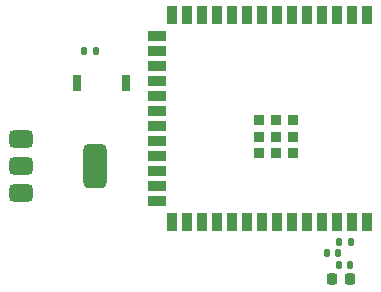
<source format=gbr>
%TF.GenerationSoftware,KiCad,Pcbnew,8.0.3*%
%TF.CreationDate,2024-08-22T18:58:11+02:00*%
%TF.ProjectId,inz,696e7a2e-6b69-4636-9164-5f7063625858,rev?*%
%TF.SameCoordinates,Original*%
%TF.FileFunction,Paste,Bot*%
%TF.FilePolarity,Positive*%
%FSLAX46Y46*%
G04 Gerber Fmt 4.6, Leading zero omitted, Abs format (unit mm)*
G04 Created by KiCad (PCBNEW 8.0.3) date 2024-08-22 18:58:11*
%MOMM*%
%LPD*%
G01*
G04 APERTURE LIST*
G04 Aperture macros list*
%AMRoundRect*
0 Rectangle with rounded corners*
0 $1 Rounding radius*
0 $2 $3 $4 $5 $6 $7 $8 $9 X,Y pos of 4 corners*
0 Add a 4 corners polygon primitive as box body*
4,1,4,$2,$3,$4,$5,$6,$7,$8,$9,$2,$3,0*
0 Add four circle primitives for the rounded corners*
1,1,$1+$1,$2,$3*
1,1,$1+$1,$4,$5*
1,1,$1+$1,$6,$7*
1,1,$1+$1,$8,$9*
0 Add four rect primitives between the rounded corners*
20,1,$1+$1,$2,$3,$4,$5,0*
20,1,$1+$1,$4,$5,$6,$7,0*
20,1,$1+$1,$6,$7,$8,$9,0*
20,1,$1+$1,$8,$9,$2,$3,0*%
G04 Aperture macros list end*
%ADD10R,0.900000X0.900000*%
%ADD11R,0.900000X1.500000*%
%ADD12R,1.500000X0.900000*%
%ADD13RoundRect,0.375000X-0.625000X-0.375000X0.625000X-0.375000X0.625000X0.375000X-0.625000X0.375000X0*%
%ADD14RoundRect,0.500000X-0.500000X-1.400000X0.500000X-1.400000X0.500000X1.400000X-0.500000X1.400000X0*%
%ADD15RoundRect,0.135000X0.135000X0.185000X-0.135000X0.185000X-0.135000X-0.185000X0.135000X-0.185000X0*%
%ADD16RoundRect,0.225000X0.225000X0.250000X-0.225000X0.250000X-0.225000X-0.250000X0.225000X-0.250000X0*%
%ADD17RoundRect,0.140000X0.140000X0.170000X-0.140000X0.170000X-0.140000X-0.170000X0.140000X-0.170000X0*%
%ADD18RoundRect,0.187500X-0.187500X-0.512500X0.187500X-0.512500X0.187500X0.512500X-0.187500X0.512500X0*%
G04 APERTURE END LIST*
D10*
%TO.C,U2*%
X119650000Y-138300000D03*
X119650000Y-136900000D03*
X119650000Y-135500000D03*
X121050000Y-135500000D03*
X121050000Y-136900000D03*
X121050000Y-138300000D03*
X122450000Y-135500000D03*
X122450000Y-136900000D03*
X122450000Y-138300000D03*
X121050000Y-138300000D03*
X119650000Y-138300000D03*
X122450000Y-136900000D03*
X121050000Y-136900000D03*
X119650000Y-136900000D03*
X122450000Y-135500000D03*
X121050000Y-135500000D03*
X119650000Y-135500000D03*
D11*
X128770000Y-144150000D03*
X127500000Y-144150000D03*
X126230000Y-144150000D03*
X124960000Y-144150000D03*
X123690000Y-144150000D03*
X122420000Y-144150000D03*
X121150000Y-144150000D03*
X119880000Y-144150000D03*
X118610000Y-144150000D03*
X117340000Y-144150000D03*
X116070000Y-144150000D03*
X114800000Y-144150000D03*
X113530000Y-144150000D03*
X112260000Y-144150000D03*
D12*
X111010000Y-142385000D03*
X111010000Y-141115000D03*
X111010000Y-139845000D03*
X111010000Y-138575000D03*
X111010000Y-137305000D03*
X111010000Y-136035000D03*
X111010000Y-134765000D03*
X111010000Y-133495000D03*
X111010000Y-132225000D03*
X111010000Y-130955000D03*
X111010000Y-129685000D03*
X111010000Y-128415000D03*
D11*
X112260000Y-126650000D03*
X113530000Y-126650000D03*
X114800000Y-126650000D03*
X116070000Y-126650000D03*
X117340000Y-126650000D03*
X118610000Y-126650000D03*
X119880000Y-126650000D03*
X121150000Y-126650000D03*
X122420000Y-126650000D03*
X123690000Y-126650000D03*
X124960000Y-126650000D03*
X126230000Y-126650000D03*
X127500000Y-126650000D03*
X128770000Y-126650000D03*
D10*
X122450000Y-138300000D03*
%TD*%
D13*
%TO.C,U1*%
X99450000Y-141700000D03*
X99450000Y-139400000D03*
D14*
X105750000Y-139400000D03*
D13*
X99450000Y-137100000D03*
%TD*%
D15*
%TO.C,R1*%
X126340000Y-145800000D03*
X127360000Y-145800000D03*
%TD*%
D16*
%TO.C,C1*%
X127325000Y-149000000D03*
X125775000Y-149000000D03*
%TD*%
D17*
%TO.C,C3*%
X126330000Y-146800000D03*
X125370000Y-146800000D03*
%TD*%
D18*
%TO.C,ST1*%
X104225000Y-132400000D03*
X108375000Y-132400000D03*
%TD*%
D17*
%TO.C,C2*%
X127330000Y-147800000D03*
X126370000Y-147800000D03*
%TD*%
%TO.C,C4*%
X105780000Y-129700000D03*
X104820000Y-129700000D03*
%TD*%
M02*

</source>
